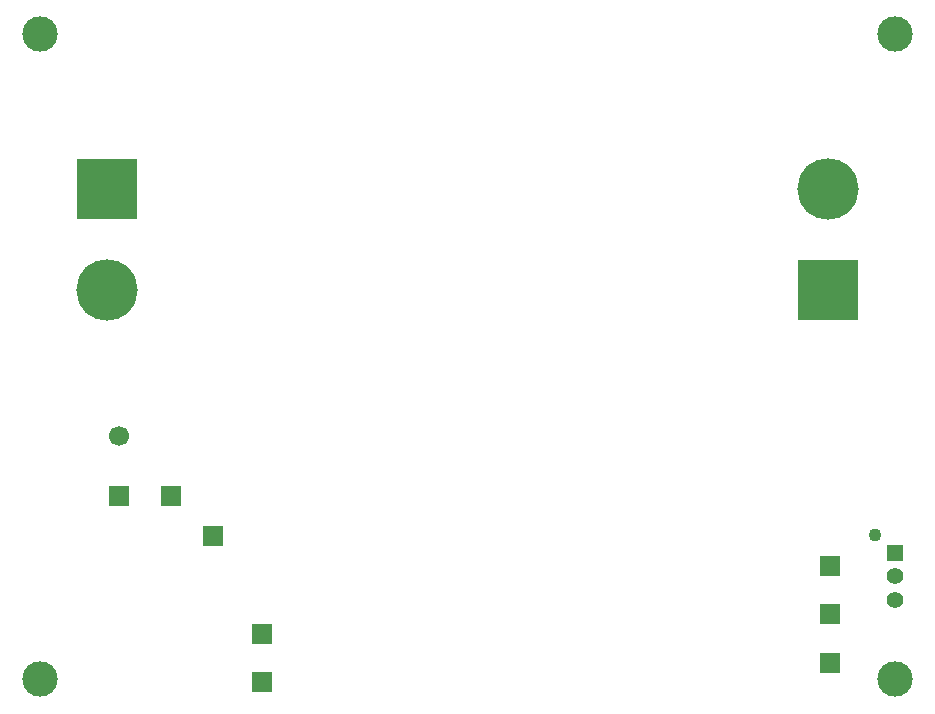
<source format=gbr>
G04 DipTrace 3.2.0.1*
G04 BottomMask.gbr*
%MOIN*%
G04 #@! TF.FileFunction,Soldermask,Bot*
G04 #@! TF.Part,Single*
%ADD18C,0.11811*%
%ADD44C,0.043307*%
%ADD63C,0.204724*%
%ADD65R,0.204724X0.204724*%
%ADD67C,0.055118*%
%ADD69R,0.055118X0.055118*%
%ADD75C,0.066929*%
%ADD79R,0.066929X0.066929*%
%FSLAX26Y26*%
G04*
G70*
G90*
G75*
G01*
G04 BotMask*
%LPD*%
D79*
X1283465Y693406D3*
X806201Y1156201D3*
D75*
Y1353051D3*
D79*
X3177165Y921260D3*
X1283465Y534350D3*
D69*
X3394636Y965945D3*
D67*
Y887205D3*
Y808465D3*
D44*
X3327707Y1025000D3*
D65*
X767717Y2177165D3*
D63*
Y1842520D3*
D65*
X3169291D3*
D63*
Y2177165D3*
D79*
X1122047Y1019685D3*
X3177165Y598425D3*
Y759843D3*
X981201Y1156201D3*
D18*
X543701Y543701D3*
X3393701D3*
X543701Y2693701D3*
X3393701D3*
M02*

</source>
